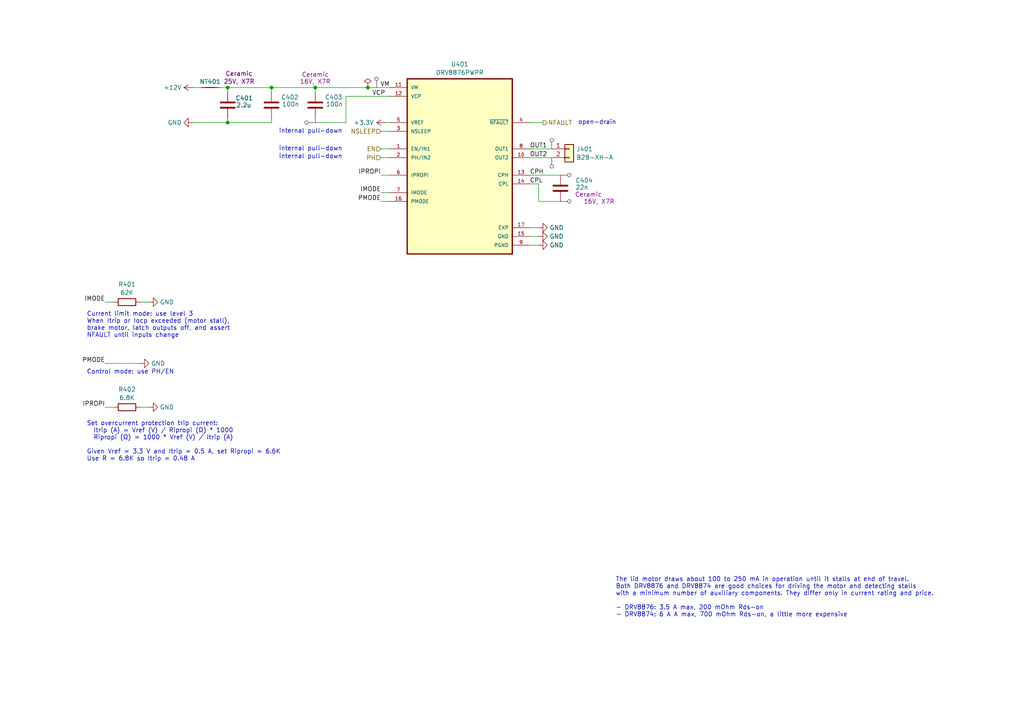
<source format=kicad_sch>
(kicad_sch (version 20231120) (generator "eeschema") (generator_version "8.0")
  (paper "A4")
  (title_block (title "Minuet Cover Motor Driver"))
  (lib_symbols
    (symbol "Connector_Generic:Conn_01x02" (pin_names (offset 1.016) hide)
      (property "Reference" "J" (at 0 2.54 0))
      (property "Value" "Conn_01x02" (at 0 -5.08 0))
      (symbol "Conn_01x02_1_1"
        (rectangle (start -1.27 -2.413) (end 0 -2.667) (stroke (width 0.1524)))
        (rectangle (start -1.27 0.127) (end 0 -0.127) (stroke (width 0.1524)))
        (rectangle (start -1.27 1.27) (end 1.27 -3.81) (stroke (width 0.254)) (fill (type background)))
        (pin passive line (at -5.08 0 0) (length 3.81) (name "Pin_1") (number "1"))
        (pin passive line (at -5.08 -2.54 0) (length 3.81) (name "Pin_2") (number "2"))
      )
    )
    (symbol "DRV8876PWPR:DRV8876PWPR" (pin_names (offset 1.016))
      (property "Reference" "U" (at -15.24 26.4 0))
      (property "Value" "DRV8876PWPR" (at -15.24 -29.4 0))
      (symbol "DRV8876PWPR_0_0"
        (rectangle (start -15.24 25.4) (end 15.24 -25.4) (stroke (width 0.41)) (fill (type background)))
        (pin input line (at -20.32 5.08 0) (length 5.08) (name "EN/IN1") (number "1"))
        (pin output line (at 20.32 2.54 180) (length 5.08) (name "OUT2") (number "10"))
        (pin power_in line (at -20.32 22.86 0) (length 5.08) (name "VM") (number "11"))
        (pin power_out line (at -20.32 20.32 0) (length 5.08) (name "VCP") (number "12"))
        (pin power_out line (at 20.32 -2.54 180) (length 5.08) (name "CPH") (number "13"))
        (pin power_out line (at 20.32 -5.08 180) (length 5.08) (name "CPL") (number "14"))
        (pin power_in line (at 20.32 -20.32 180) (length 5.08) (name "GND") (number "15"))
        (pin input line (at -20.32 -10.16 0) (length 5.08) (name "PMODE") (number "16"))
        (pin passive line (at 20.32 -17.78 180) (length 5.08) (name "EXP") (number "17"))
        (pin input line (at -20.32 2.54 0) (length 5.08) (name "PH/IN2") (number "2"))
        (pin input line (at -20.32 10.16 0) (length 5.08) (name "NSLEEP") (number "3"))
        (pin output line (at 20.32 12.7 180) (length 5.08) (name "~{NFAULT}") (number "4"))
        (pin input line (at -20.32 12.7 0) (length 5.08) (name "VREF") (number "5"))
        (pin output line (at -20.32 -2.54 0) (length 5.08) (name "IPROPI") (number "6"))
        (pin input line (at -20.32 -7.62 0) (length 5.08) (name "IMODE") (number "7"))
        (pin output line (at 20.32 5.08 180) (length 5.08) (name "OUT1") (number "8"))
        (pin power_in line (at 20.32 -22.86 180) (length 5.08) (name "PGND") (number "9"))
      )
    )
    (symbol "Device:C" (pin_numbers hide) (pin_names (offset 0.254))
      (property "Reference" "C" (at 0.635 2.54 0))
      (property "Value" "C" (at 0.635 -2.54 0))
      (symbol "C_0_1"
        (polyline (pts (xy -2.032 -0.762) (xy 2.032 -0.762)) (stroke (width 0.508)))
        (polyline (pts (xy -2.032 0.762) (xy 2.032 0.762)) (stroke (width 0.508)))
      )
      (symbol "C_1_1"
        (pin passive line (at 0 3.81 270) (length 2.794) (name "~") (number "1"))
        (pin passive line (at 0 -3.81 90) (length 2.794) (name "~") (number "2"))
      )
    )
    (symbol "Device:NetTie_2" (pin_numbers hide) (pin_names (offset 0) hide) (in_bom no)
      (property "Reference" "NT" (at 0 1.27 0))
      (property "Value" "NetTie_2" (at 0 -1.27 0))
      (symbol "NetTie_2_0_1"
        (polyline (pts (xy -1.27 0) (xy 1.27 0)) (stroke (width 0.254)))
      )
      (symbol "NetTie_2_1_1"
        (pin passive line (at -2.54 0 0) (length 2.54) (name "1") (number "1"))
        (pin passive line (at 2.54 0 180) (length 2.54) (name "2") (number "2"))
      )
    )
    (symbol "Device:R" (pin_numbers hide) (pin_names (offset 0))
      (property "Reference" "R" (at 2.032 0 90))
      (property "Value" "R" (at 0 0 90))
      (symbol "R_0_1"
        (rectangle (start -1.016 -2.54) (end 1.016 2.54) (stroke (width 0.254)))
      )
      (symbol "R_1_1"
        (pin passive line (at 0 3.81 270) (length 1.27) (name "~") (number "1"))
        (pin passive line (at 0 -3.81 90) (length 1.27) (name "~") (number "2"))
      )
    )
    (symbol "power:+12V" (power) (pin_numbers hide) (pin_names (offset 0) hide)
      (property "Value" "+12V" (at 0 3.556 0))
      (symbol "+12V_0_1"
        (polyline (pts (xy -0.762 1.27) (xy 0 2.54)))
        (polyline (pts (xy 0 0) (xy 0 2.54)))
        (polyline (pts (xy 0 2.54) (xy 0.762 1.27)))
      )
      (symbol "+12V_1_1"
        (pin power_in line (at 0 0 90) (length 0) (name "~") (number "1"))
      )
    )
    (symbol "power:+3.3V" (power) (pin_numbers hide) (pin_names (offset 0) hide)
      (property "Value" "+3.3V" (at 0 3.556 0))
      (symbol "+3.3V_0_1"
        (polyline (pts (xy -0.762 1.27) (xy 0 2.54)))
        (polyline (pts (xy 0 0) (xy 0 2.54)))
        (polyline (pts (xy 0 2.54) (xy 0.762 1.27)))
      )
      (symbol "+3.3V_1_1"
        (pin power_in line (at 0 0 90) (length 0) (name "~") (number "1"))
      )
    )
    (symbol "power:GND" (power) (pin_numbers hide) (pin_names (offset 0) hide)
      (property "Value" "GND" (at 0 -3.81 0))
      (symbol "GND_0_1"
        (polyline (pts (xy 0 0) (xy 0 -1.27) (xy 1.27 -1.27) (xy 0 -2.54) (xy -1.27 -1.27) (xy 0 -1.27)))
      )
      (symbol "GND_1_1"
        (pin power_in line (at 0 0 270) (length 0) (name "~") (number "1"))
      )
    )
    (symbol "power:PWR_FLAG" (power) (pin_numbers hide) (pin_names (offset 0) hide)
      (property "Value" "PWR_FLAG" (at 0 3.81 0))
      (symbol "PWR_FLAG_0_0"
        (pin power_out line (at 0 0 90) (length 0) (name "~") (number "1"))
      )
      (symbol "PWR_FLAG_0_1"
        (polyline (pts (xy 0 0) (xy 0 1.27) (xy -1.016 1.905) (xy 0 2.54) (xy 1.016 1.905) (xy 0 1.27)))
      )
    )
  )
  (junction (at 66.04 25.4))
  (junction (at 106.68 25.4))
  (junction (at 66.04 35.56))
  (junction (at 78.74 25.4))
  (junction (at 91.44 25.4))
  (wire (pts (xy 78.74 25.4) (xy 78.74 26.67)))
  (wire (pts (xy 110.49 38.1) (xy 113.03 38.1)))
  (wire (pts (xy 110.49 43.18) (xy 113.03 43.18)))
  (wire (pts (xy 153.67 68.58) (xy 156.21 68.58)))
  (wire (pts (xy 66.04 25.4) (xy 78.74 25.4)))
  (wire (pts (xy 153.67 50.8) (xy 162.56 50.8)))
  (wire (pts (xy 110.49 55.88) (xy 113.03 55.88)))
  (wire (pts (xy 91.44 26.67) (xy 91.44 25.4)))
  (wire (pts (xy 106.68 25.4) (xy 91.44 25.4)))
  (wire (pts (xy 110.49 58.42) (xy 113.03 58.42)))
  (wire (pts (xy 66.04 35.56) (xy 78.74 35.56)))
  (wire (pts (xy 110.49 45.72) (xy 113.03 45.72)))
  (wire (pts (xy 156.21 58.42) (xy 162.56 58.42)))
  (wire (pts (xy 78.74 25.4) (xy 91.44 25.4)))
  (wire (pts (xy 91.44 35.56) (xy 100.33 35.56)))
  (wire (pts (xy 153.67 66.04) (xy 156.21 66.04)))
  (wire (pts (xy 153.67 71.12) (xy 156.21 71.12)))
  (wire (pts (xy 111.76 35.56) (xy 113.03 35.56)))
  (wire (pts (xy 153.67 45.72) (xy 160.02 45.72)))
  (wire (pts (xy 153.67 35.56) (xy 157.48 35.56)))
  (wire (pts (xy 100.33 27.94) (xy 113.03 27.94)))
  (wire (pts (xy 40.64 87.63) (xy 43.18 87.63)))
  (wire (pts (xy 66.04 34.29) (xy 66.04 35.56)))
  (wire (pts (xy 63.5 25.4) (xy 66.04 25.4)))
  (wire (pts (xy 30.48 105.41) (xy 40.64 105.41)))
  (wire (pts (xy 110.49 50.8) (xy 113.03 50.8)))
  (wire (pts (xy 100.33 35.56) (xy 100.33 27.94)))
  (wire (pts (xy 106.68 25.4) (xy 113.03 25.4)))
  (wire (pts (xy 153.67 53.34) (xy 156.21 53.34)))
  (wire (pts (xy 153.67 43.18) (xy 160.02 43.18)))
  (wire (pts (xy 30.48 118.11) (xy 33.02 118.11)))
  (wire (pts (xy 91.44 34.29) (xy 91.44 35.56)))
  (wire (pts (xy 156.21 53.34) (xy 156.21 58.42)))
  (wire (pts (xy 66.04 25.4) (xy 66.04 26.67)))
  (wire (pts (xy 55.88 25.4) (xy 58.42 25.4)))
  (wire (pts (xy 78.74 35.56) (xy 78.74 34.29)))
  (wire (pts (xy 40.64 118.11) (xy 43.18 118.11)))
  (wire (pts (xy 55.88 35.56) (xy 66.04 35.56)))
  (wire (pts (xy 30.48 87.63) (xy 33.02 87.63)))
  (text "The lid motor draws about 100 to 250 mA in operation until it stalls at end of travel.\nBoth DRV8876 and DRV8874 are good choices for driving the motor and detecting stalls\nwith a minimum number of auxiliary components. They differ only in current rating and price.\n\n- DRV8876: 3.5 A max, 200 mOhm Rds-on\n- DRV8874: 6 A A max, 700 mOhm Rds-on, a little more expensive" (at 178.562 167.386 0) (effects (font (size 1.27 1.27)) (justify left top)))
  (text "Set overcurrent protection trip current:\n  Itrip (A) = Vref (V) / Ripropi (Ω) * 1000\n  Ripropi (Ω) = 1000 * Vref (V) / Itrip (A)\n\nGiven Vref = 3.3 V and Itrip = 0.5 A, set Ripropi = 6.6K\nUse R = 6.8K so Itrip = 0.48 A" (at 25.146 122.174 0) (effects (font (size 1.27 1.27)) (justify left top)))
  (text "Control mode: use PH/EN" (at 25.146 107.188 0) (effects (font (size 1.27 1.27)) (justify left top)))
  (text "internal pull-down" (at 99.314 38.1 0) (effects (font (size 1.27 1.27)) (justify right)))
  (text "internal pull-down" (at 99.314 45.466 0) (effects (font (size 1.27 1.27)) (justify right)))
  (text "internal pull-down" (at 99.314 43.18 0) (effects (font (size 1.27 1.27)) (justify right)))
  (text "open-drain" (at 167.64 35.56 0) (effects (font (size 1.27 1.27)) (justify left)))
  (text "Current limit mode: use level 3\nWhen Itrip or Iocp exceeded (motor stall),\nbrake motor, latch outputs off, and assert\nNFAULT until inputs change" (at 25.146 90.424 0) (effects (font (size 1.27 1.27)) (justify left top)))
  (label "PMODE" (at 30.48 105.41 180))
  (label "VCP" (at 111.76 27.94 180))
  (label "IMODE" (at 30.48 87.63 180))
  (label "VM" (at 113.03 25.4 180))
  (label "CPL" (at 153.67 53.34 0))
  (label "OUT2" (at 153.67 45.72 0))
  (label "IPROPI" (at 30.48 118.11 180))
  (label "PMODE" (at 110.49 58.42 180))
  (label "IPROPI" (at 110.49 50.8 180))
  (label "CPH" (at 153.67 50.8 0))
  (label "OUT1" (at 153.67 43.18 0))
  (label "IMODE" (at 110.49 55.88 180))
  (hierarchical_label "NFAULT" (shape output) (at 157.48 35.56 0))
  (hierarchical_label "PH" (shape input) (at 110.49 45.72 180))
  (hierarchical_label "EN" (shape input) (at 110.49 43.18 180))
  (hierarchical_label "NSLEEP" (shape input) (at 110.49 38.1 180))
  (netclass_flag "" (length 2.54) (shape round) (at 109.22 25.4 0) (property "Netclass" "Power-2A" (effects (hide yes))))
  (netclass_flag "" (length 2.54) (shape round) (at 160.02 43.18 0) (property "Netclass" "Power-2A" (effects (hide yes))))
  (netclass_flag "" (length 2.54) (shape round) (at 160.02 45.72 180) (property "Netclass" "Power-2A" (effects (hide yes))))
  (netclass_flag "" (length 2.54) (shape round) (at 162.56 58.42 270) (property "Netclass" "Power" (effects (hide yes))))
  (netclass_flag "" (length 2.54) (shape round) (at 91.44 35.56 90) (property "Netclass" "Power" (effects (hide yes))))
  (netclass_flag "" (length 2.54) (shape round) (at 162.56 50.8 270) (property "Netclass" "Power" (effects (hide yes))))
  (symbol (lib_id "Device:C") (at 162.56 54.61 0) (unit 1)
    (property "Reference" "C404" (at 166.878 52.324 0) (effects (justify left)))
    (property "Value" "22n" (at 166.878 54.356 0) (effects (justify left)))
    (property "Footprint" "Capacitor_SMD:C_0603_1608Metric_Pad1.08x0.95mm_HandSolder" (effects (hide yes)))
    (property "Description" "Unpolarized capacitor" (effects (hide yes)))
    (property "Type" "Ceramic" (at 170.688 56.388 0))
    (property "Rating" "16V, X7R" (at 173.736 58.42 0))
  )
  (symbol (lib_id "Device:C") (at 78.74 30.48 0) (unit 1)
    (property "Reference" "C402" (at 81.534 28.194 0) (effects (justify left)))
    (property "Value" "100n" (at 81.788 30.226 0) (effects (justify left)))
    (property "Footprint" "Capacitor_SMD:C_0603_1608Metric_Pad1.08x0.95mm_HandSolder" (effects (hide yes)))
    (property "Description" "Unpolarized capacitor" (effects (hide yes)))
  )
  (symbol (lib_id "power:GND") (at 156.21 68.58 90) (unit 1)
    (property "Reference" "#PWR0405" (effects (hide yes)))
    (property "Value" "GND" (at 159.385 68.58 90) (effects (justify right)))
    (property "Description" "Power symbol creates a global label with name \"GND\" , ground" (effects (hide yes)))
  )
  (symbol (lib_id "power:PWR_FLAG") (at 106.68 25.4 0) (unit 1)
    (property "Reference" "#FLG0401" (effects (hide yes)))
    (property "Value" "PWR_FLAG" (effects (hide yes)))
    (property "Description" "Special symbol for telling ERC where power comes from" (effects (hide yes)))
  )
  (symbol (lib_id "power:+3.3V") (at 111.76 35.56 90) (unit 1)
    (property "Reference" "#PWR0403" (effects (hide yes)))
    (property "Value" "+3.3V" (at 108.458 35.56 90) (effects (justify left)))
    (property "Description" "Power symbol creates a global label with name \"+3.3V\"" (effects (hide yes)))
  )
  (symbol (lib_id "Device:C") (at 91.44 30.48 0) (unit 1)
    (property "Reference" "C403" (at 94.234 28.194 0) (effects (justify left)))
    (property "Value" "100n" (at 94.488 30.226 0) (effects (justify left)))
    (property "Footprint" "Capacitor_SMD:C_0603_1608Metric_Pad1.08x0.95mm_HandSolder" (effects (hide yes)))
    (property "Description" "Unpolarized capacitor" (effects (hide yes)))
    (property "Type" "Ceramic" (at 91.44 21.59 0))
    (property "Rating" "16V, X7R" (at 91.44 23.622 0))
  )
  (symbol (lib_id "power:+12V") (at 55.88 25.4 90) (unit 1)
    (property "Reference" "#PWR0401" (effects (hide yes)))
    (property "Value" "+12V" (at 52.705 25.4 90) (effects (justify left)))
    (property "Description" "Power symbol creates a global label with name \"+12V\"" (effects (hide yes)))
  )
  (symbol (lib_id "Device:NetTie_2") (at 60.96 25.4 0) (unit 1) (in_bom no)
    (property "Reference" "NT401" (at 60.96 23.6799 0))
    (property "Value" "NetTie_2" (effects (hide yes)))
    (property "Footprint" "Generic:NetTie-2_SMD_Pad1.0mm" (effects (hide yes)))
    (property "Description" "Net tie, 2 pins" (effects (hide yes)))
  )
  (symbol (lib_id "Device:C") (at 66.04 30.48 180) (unit 1)
    (property "Reference" "C401" (at 73.406 28.448 0) (effects (justify left)))
    (property "Value" "2.2u" (at 72.898 30.48 0) (effects (justify left)))
    (property "Footprint" "Capacitor_SMD:C_0805_2012Metric_Pad1.18x1.45mm_HandSolder" (effects (hide yes)))
    (property "Description" "Unpolarized capacitor" (effects (hide yes)))
    (property "Type" "Ceramic" (at 69.342 21.336 0))
    (property "Rating" "25V, X7R" (at 69.342 23.622 0))
  )
  (symbol (lib_id "power:GND") (at 43.18 118.11 90) (mirror x) (unit 1)
    (property "Reference" "#PWR0409" (effects (hide yes)))
    (property "Value" "GND" (at 46.355 118.11 90) (effects (justify right)))
    (property "Description" "Power symbol creates a global label with name \"GND\" , ground" (effects (hide yes)))
  )
  (symbol (lib_id "power:GND") (at 156.21 71.12 90) (unit 1)
    (property "Reference" "#PWR0406" (effects (hide yes)))
    (property "Value" "GND" (at 159.385 71.12 90) (effects (justify right)))
    (property "Description" "Power symbol creates a global label with name \"GND\" , ground" (effects (hide yes)))
  )
  (symbol (lib_id "Device:R") (at 36.83 87.63 270) (unit 1)
    (property "Reference" "R401" (at 36.83 82.4695 90))
    (property "Value" "62K" (at 36.83 84.8938 90))
    (property "Footprint" "Resistor_SMD:R_0603_1608Metric_Pad0.98x0.95mm_HandSolder" (effects (hide yes)))
    (property "Description" "Resistor" (effects (hide yes)))
  )
  (symbol (lib_id "power:GND") (at 156.21 66.04 90) (unit 1)
    (property "Reference" "#PWR0404" (effects (hide yes)))
    (property "Value" "GND" (at 159.385 66.04 90) (effects (justify right)))
    (property "Description" "Power symbol creates a global label with name \"GND\" , ground" (effects (hide yes)))
  )
  (symbol (lib_id "power:GND") (at 55.88 35.56 270) (unit 1)
    (property "Reference" "#PWR0402" (effects (hide yes)))
    (property "Value" "GND" (at 52.7051 35.56 90) (effects (justify right)))
    (property "Description" "Power symbol creates a global label with name \"GND\" , ground" (effects (hide yes)))
  )
  (symbol (lib_id "Device:R") (at 36.83 118.11 270) (unit 1)
    (property "Reference" "R402" (at 36.83 112.9495 90))
    (property "Value" "6.8K" (at 36.83 115.3738 90))
    (property "Footprint" "Resistor_SMD:R_0603_1608Metric_Pad0.98x0.95mm_HandSolder" (effects (hide yes)))
    (property "Description" "Resistor" (effects (hide yes)))
  )
  (symbol (lib_id "power:GND") (at 43.18 87.63 90) (mirror x) (unit 1)
    (property "Reference" "#PWR0407" (effects (hide yes)))
    (property "Value" "GND" (at 46.355 87.63 90) (effects (justify right)))
    (property "Description" "Power symbol creates a global label with name \"GND\" , ground" (effects (hide yes)))
  )
  (symbol (lib_id "DRV8876PWPR:DRV8876PWPR") (at 133.35 48.26 0) (unit 1)
    (property "Reference" "U401" (at 133.35 18.6375 0))
    (property "Value" "DRV8876PWPR" (at 133.35 21.0618 0))
    (property "Footprint" "DRV8876PWPR:IC_DRV8876PWPR" (effects (hide yes)))
    (property "Datasheet" "https://www.ti.com/lit/ds/symlink/drv8876.pdf" (effects (hide yes)))
    (property "PARTREV" "E" (effects (hide yes)))
    (property "STANDARD" "Manufacturer Recommendations" (effects (hide yes)))
    (property "PACKAGE" "HTSSOP-16 Texas Instruments" (effects (hide yes)))
    (property "MAXIMUM_PACKAGE_HEIGHT" "1.2mm" (effects (hide yes)))
    (property "MANUFACTURER" "Texas Instruments" (effects (hide yes)))
  )
  (symbol (lib_id "Connector_Generic:Conn_01x02") (at 165.1 43.18 0) (unit 1)
    (property "Reference" "J401" (at 167.132 43.2378 0) (effects (justify left)))
    (property "Value" "B2B-XH-A" (at 167.132 45.6621 0) (effects (justify left)))
    (property "Footprint" "Connector_JST:JST_XH_B2B-XH-A_1x02_P2.50mm_Vertical" (effects (hide yes)))
    (property "Description" "Generic connector, single row, 01x02, script generated (kicad-library-utils/schlib/autogen/connector/)" (effects (hide yes)))
  )
  (symbol (lib_id "power:GND") (at 40.64 105.41 90) (mirror x) (unit 1)
    (property "Reference" "#PWR0408" (effects (hide yes)))
    (property "Value" "GND" (at 43.815 105.41 90) (effects (justify right)))
    (property "Description" "Power symbol creates a global label with name \"GND\" , ground" (effects (hide yes)))
  )
)
</source>
